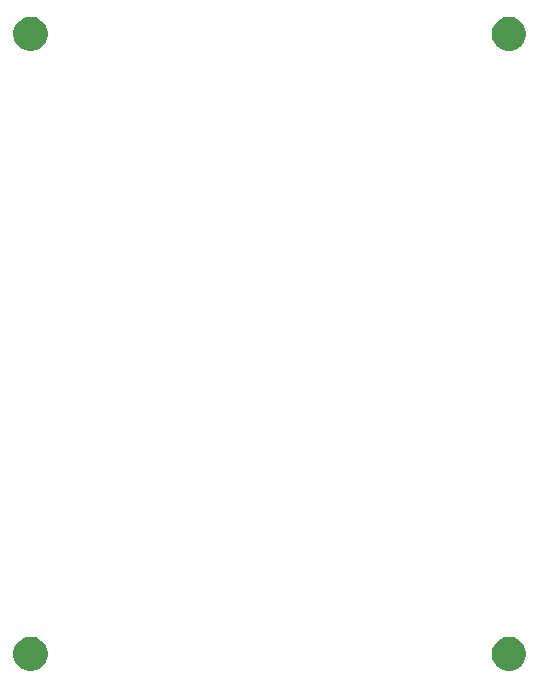
<source format=gbr>
G04 #@! TF.GenerationSoftware,KiCad,Pcbnew,5.1.5-52549c5~84~ubuntu18.04.1*
G04 #@! TF.CreationDate,2020-01-25T12:19:37+01:00*
G04 #@! TF.ProjectId,Nokolino_top,4e6f6b6f-6c69-46e6-9f5f-746f702e6b69,rev?*
G04 #@! TF.SameCoordinates,Original*
G04 #@! TF.FileFunction,Soldermask,Bot*
G04 #@! TF.FilePolarity,Negative*
%FSLAX46Y46*%
G04 Gerber Fmt 4.6, Leading zero omitted, Abs format (unit mm)*
G04 Created by KiCad (PCBNEW 5.1.5-52549c5~84~ubuntu18.04.1) date 2020-01-25 12:19:37*
%MOMM*%
%LPD*%
G04 APERTURE LIST*
%ADD10C,0.100000*%
G04 APERTURE END LIST*
D10*
G36*
X145672855Y-104856030D02*
G01*
X145936679Y-104965310D01*
X145936681Y-104965311D01*
X146174117Y-105123960D01*
X146376040Y-105325883D01*
X146534689Y-105563319D01*
X146534690Y-105563321D01*
X146643970Y-105827145D01*
X146699680Y-106107218D01*
X146699680Y-106392782D01*
X146643970Y-106672855D01*
X146534690Y-106936679D01*
X146534689Y-106936681D01*
X146376040Y-107174117D01*
X146174117Y-107376040D01*
X145936681Y-107534689D01*
X145936680Y-107534690D01*
X145936679Y-107534690D01*
X145672855Y-107643970D01*
X145392782Y-107699680D01*
X145107218Y-107699680D01*
X144827145Y-107643970D01*
X144563321Y-107534690D01*
X144563320Y-107534690D01*
X144563319Y-107534689D01*
X144325883Y-107376040D01*
X144123960Y-107174117D01*
X143965311Y-106936681D01*
X143965310Y-106936679D01*
X143856030Y-106672855D01*
X143800320Y-106392782D01*
X143800320Y-106107218D01*
X143856030Y-105827145D01*
X143965310Y-105563321D01*
X143965311Y-105563319D01*
X144123960Y-105325883D01*
X144325883Y-105123960D01*
X144563319Y-104965311D01*
X144563321Y-104965310D01*
X144827145Y-104856030D01*
X145107218Y-104800320D01*
X145392782Y-104800320D01*
X145672855Y-104856030D01*
G37*
G36*
X105172855Y-104856030D02*
G01*
X105436679Y-104965310D01*
X105436681Y-104965311D01*
X105674117Y-105123960D01*
X105876040Y-105325883D01*
X106034689Y-105563319D01*
X106034690Y-105563321D01*
X106143970Y-105827145D01*
X106199680Y-106107218D01*
X106199680Y-106392782D01*
X106143970Y-106672855D01*
X106034690Y-106936679D01*
X106034689Y-106936681D01*
X105876040Y-107174117D01*
X105674117Y-107376040D01*
X105436681Y-107534689D01*
X105436680Y-107534690D01*
X105436679Y-107534690D01*
X105172855Y-107643970D01*
X104892782Y-107699680D01*
X104607218Y-107699680D01*
X104327145Y-107643970D01*
X104063321Y-107534690D01*
X104063320Y-107534690D01*
X104063319Y-107534689D01*
X103825883Y-107376040D01*
X103623960Y-107174117D01*
X103465311Y-106936681D01*
X103465310Y-106936679D01*
X103356030Y-106672855D01*
X103300320Y-106392782D01*
X103300320Y-106107218D01*
X103356030Y-105827145D01*
X103465310Y-105563321D01*
X103465311Y-105563319D01*
X103623960Y-105325883D01*
X103825883Y-105123960D01*
X104063319Y-104965311D01*
X104063321Y-104965310D01*
X104327145Y-104856030D01*
X104607218Y-104800320D01*
X104892782Y-104800320D01*
X105172855Y-104856030D01*
G37*
G36*
X145672855Y-52356030D02*
G01*
X145936679Y-52465310D01*
X145936681Y-52465311D01*
X146174117Y-52623960D01*
X146376040Y-52825883D01*
X146534689Y-53063319D01*
X146534690Y-53063321D01*
X146643970Y-53327145D01*
X146699680Y-53607218D01*
X146699680Y-53892782D01*
X146643970Y-54172855D01*
X146534690Y-54436679D01*
X146534689Y-54436681D01*
X146376040Y-54674117D01*
X146174117Y-54876040D01*
X145936681Y-55034689D01*
X145936680Y-55034690D01*
X145936679Y-55034690D01*
X145672855Y-55143970D01*
X145392782Y-55199680D01*
X145107218Y-55199680D01*
X144827145Y-55143970D01*
X144563321Y-55034690D01*
X144563320Y-55034690D01*
X144563319Y-55034689D01*
X144325883Y-54876040D01*
X144123960Y-54674117D01*
X143965311Y-54436681D01*
X143965310Y-54436679D01*
X143856030Y-54172855D01*
X143800320Y-53892782D01*
X143800320Y-53607218D01*
X143856030Y-53327145D01*
X143965310Y-53063321D01*
X143965311Y-53063319D01*
X144123960Y-52825883D01*
X144325883Y-52623960D01*
X144563319Y-52465311D01*
X144563321Y-52465310D01*
X144827145Y-52356030D01*
X145107218Y-52300320D01*
X145392782Y-52300320D01*
X145672855Y-52356030D01*
G37*
G36*
X105172855Y-52356030D02*
G01*
X105436679Y-52465310D01*
X105436681Y-52465311D01*
X105674117Y-52623960D01*
X105876040Y-52825883D01*
X106034689Y-53063319D01*
X106034690Y-53063321D01*
X106143970Y-53327145D01*
X106199680Y-53607218D01*
X106199680Y-53892782D01*
X106143970Y-54172855D01*
X106034690Y-54436679D01*
X106034689Y-54436681D01*
X105876040Y-54674117D01*
X105674117Y-54876040D01*
X105436681Y-55034689D01*
X105436680Y-55034690D01*
X105436679Y-55034690D01*
X105172855Y-55143970D01*
X104892782Y-55199680D01*
X104607218Y-55199680D01*
X104327145Y-55143970D01*
X104063321Y-55034690D01*
X104063320Y-55034690D01*
X104063319Y-55034689D01*
X103825883Y-54876040D01*
X103623960Y-54674117D01*
X103465311Y-54436681D01*
X103465310Y-54436679D01*
X103356030Y-54172855D01*
X103300320Y-53892782D01*
X103300320Y-53607218D01*
X103356030Y-53327145D01*
X103465310Y-53063321D01*
X103465311Y-53063319D01*
X103623960Y-52825883D01*
X103825883Y-52623960D01*
X104063319Y-52465311D01*
X104063321Y-52465310D01*
X104327145Y-52356030D01*
X104607218Y-52300320D01*
X104892782Y-52300320D01*
X105172855Y-52356030D01*
G37*
M02*

</source>
